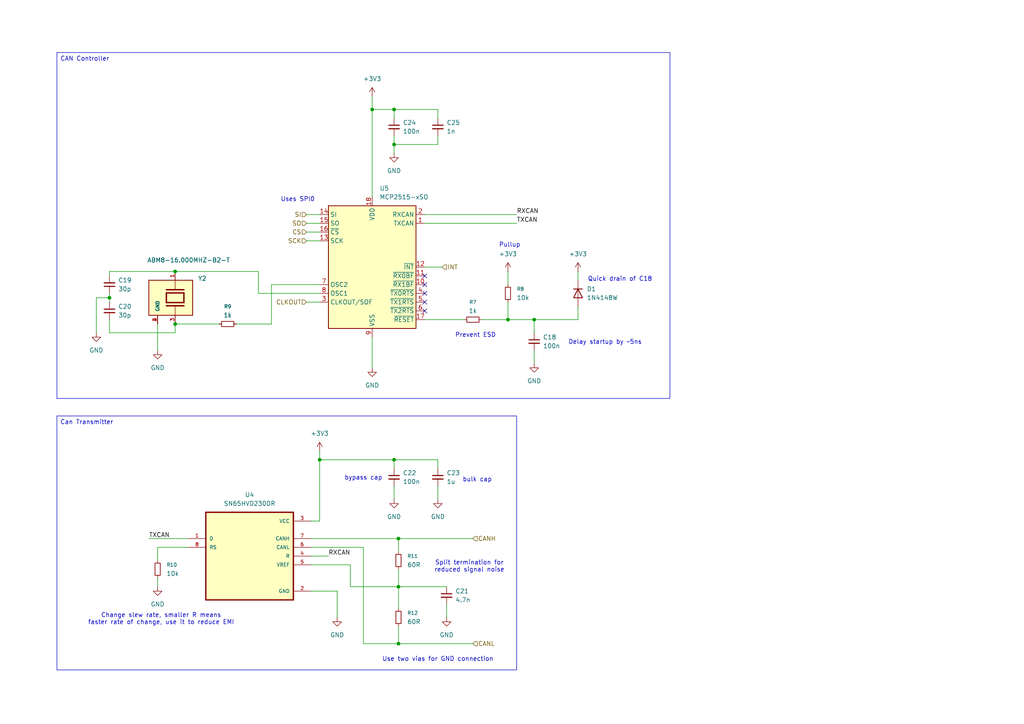
<source format=kicad_sch>
(kicad_sch (version 20250114) (generator "eeschema") (generator_version "9.0")
  (paper "A4")
  (lib_symbols
    (symbol "ABM8-16.000MHZ-B2-T:ABM8-16.000MHZ-B2-T" (pin_names (offset 1.016))
      (property "Reference" "Y" (at -5.0878 6.3559 0))
      (property "Value" "ABM8-16.000MHZ-B2-T" (at -5.0944 -10.16 0))
      (symbol "ABM8-16.000MHZ-B2-T_0_0"
        (polyline (pts (xy -5.08 0) (xy -2.54 0)) (stroke (width 0.1524)))
        (rectangle (start -5.08 -7.62) (end 5.08 5.08) (stroke (width 0.254)) (fill (type background)))
        (polyline (pts (xy -2.3368 2.54) (xy -2.3368 -2.54)) (stroke (width 0.4064)))
        (polyline (pts (xy -1.397 2.54) (xy -1.397 -2.54)) (stroke (width 0.4064)))
        (polyline (pts (xy -1.397 2.54) (xy 1.397 2.54)) (stroke (width 0.4064)))
        (polyline (pts (xy 1.397 2.54) (xy 1.397 -2.54)) (stroke (width 0.4064)))
        (polyline (pts (xy 1.397 -2.54) (xy -1.397 -2.54)) (stroke (width 0.4064)))
        (polyline (pts (xy 2.3368 2.54) (xy 2.3368 -2.54)) (stroke (width 0.4064)))
        (polyline (pts (xy 2.54 0) (xy 5.08 0)) (stroke (width 0.1524)))
        (pin passive line (at -7.62 0 0) (length 2.54) (name "~") (number "1"))
        (pin passive line (at 7.62 0 180) (length 2.54) (name "~") (number "3"))
        (pin power_in line (at 7.62 -5.08 180) (length 2.54) (name "GND") (number "2"))
        (pin power_in line (at 7.62 -5.08 180) (length 2.54) (name "GND") (number "4"))
      )
    )
    (symbol "Device:C_Small" (pin_numbers (hide yes)) (pin_names (offset 0.254) (hide yes))
      (property "Reference" "C" (at 0.254 1.778 0))
      (property "Value" "C_Small" (at 0.254 -2.032 0))
      (symbol "C_Small_0_1"
        (polyline (pts (xy -1.524 0.508) (xy 1.524 0.508)) (stroke (width 0.3048)))
        (polyline (pts (xy -1.524 -0.508) (xy 1.524 -0.508)) (stroke (width 0.3302)))
      )
      (symbol "C_Small_1_1"
        (pin passive line (at 0 2.54 270) (length 2.032) (name "~") (number "1"))
        (pin passive line (at 0 -2.54 90) (length 2.032) (name "~") (number "2"))
      )
    )
    (symbol "Device:R_Small" (pin_numbers (hide yes)) (pin_names (offset 0.254) (hide yes))
      (property "Reference" "R" (at 0 0 90))
      (property "Value" "R_Small" (at 1.778 0 90))
      (symbol "R_Small_0_1"
        (rectangle (start -0.762 1.778) (end 0.762 -1.778) (stroke (width 0.2032)))
      )
      (symbol "R_Small_1_1"
        (pin passive line (at 0 2.54 270) (length 0.762) (name "~") (number "1"))
        (pin passive line (at 0 -2.54 90) (length 0.762) (name "~") (number "2"))
      )
    )
    (symbol "Diode:1N4148W" (pin_numbers (hide yes)) (pin_names (hide yes))
      (property "Reference" "D" (at 0 2.54 0))
      (property "Value" "1N4148W" (at 0 -2.54 0))
      (symbol "1N4148W_0_1"
        (polyline (pts (xy -1.27 1.27) (xy -1.27 -1.27)) (stroke (width 0.254)))
        (polyline (pts (xy 1.27 1.27) (xy 1.27 -1.27) (xy -1.27 0) (xy 1.27 1.27)) (stroke (width 0.254)))
        (polyline (pts (xy 1.27 0) (xy -1.27 0)))
      )
      (symbol "1N4148W_1_1"
        (pin passive line (at -3.81 0 0) (length 2.54) (name "K") (number "1"))
        (pin passive line (at 3.81 0 180) (length 2.54) (name "A") (number "2"))
      )
    )
    (symbol "Interface_CAN_LIN:MCP2515-xSO"
      (property "Reference" "U" (at -10.16 19.685 0))
      (property "Value" "MCP2515-xSO" (at 19.05 20.32 0))
      (symbol "MCP2515-xSO_0_1"
        (rectangle (start -12.7 17.78) (end 12.7 -17.78) (stroke (width 0.254)) (fill (type background)))
      )
      (symbol "MCP2515-xSO_1_1"
        (pin input line (at -15.24 15.24 0) (length 2.54) (name "SI") (number "14"))
        (pin output line (at -15.24 12.7 0) (length 2.54) (name "SO") (number "15"))
        (pin input line (at -15.24 10.16 0) (length 2.54) (name "~{CS}") (number "16"))
        (pin input line (at -15.24 7.62 0) (length 2.54) (name "SCK") (number "13"))
        (pin output line (at -15.24 -5.08 0) (length 2.54) (name "OSC2") (number "7"))
        (pin input line (at -15.24 -7.62 0) (length 2.54) (name "OSC1") (number "8"))
        (pin output line (at -15.24 -10.16 0) (length 2.54) (name "CLKOUT/SOF") (number "3"))
        (pin power_in line (at 0 20.32 270) (length 2.54) (name "VDD") (number "18"))
        (pin power_in line (at 0 -20.32 90) (length 2.54) (name "VSS") (number "9"))
        (pin input line (at 15.24 15.24 180) (length 2.54) (name "RXCAN") (number "2"))
        (pin output line (at 15.24 12.7 180) (length 2.54) (name "TXCAN") (number "1"))
        (pin output line (at 15.24 0 180) (length 2.54) (name "~{INT}") (number "12"))
        (pin output line (at 15.24 -2.54 180) (length 2.54) (name "~{RX0BF}") (number "11"))
        (pin output line (at 15.24 -5.08 180) (length 2.54) (name "~{RX1BF}") (number "10"))
        (pin input line (at 15.24 -7.62 180) (length 2.54) (name "~{TX0RTS}") (number "4"))
        (pin input line (at 15.24 -10.16 180) (length 2.54) (name "~{TX1RTS}") (number "5"))
        (pin input line (at 15.24 -12.7 180) (length 2.54) (name "~{TX2RTS}") (number "6"))
        (pin input line (at 15.24 -15.24 180) (length 2.54) (name "~{RESET}") (number "17"))
      )
    )
    (symbol "SN65HVD230DR:SN65HVD230DR" (pin_names (offset 1.016))
      (property "Reference" "U" (at -12.7 13.7 0))
      (property "Value" "SN65HVD230DR" (at -12.7 -16.7 0))
      (symbol "SN65HVD230DR_0_0"
        (rectangle (start -12.7 -12.7) (end 12.7 12.7) (stroke (width 0.41)) (fill (type background)))
        (pin input line (at -17.78 5.08 0) (length 5.08) (name "D") (number "1"))
        (pin input line (at -17.78 2.54 0) (length 5.08) (name "RS") (number "8"))
        (pin power_in line (at 17.78 10.16 180) (length 5.08) (name "VCC") (number "3"))
        (pin output line (at 17.78 5.08 180) (length 5.08) (name "CANH") (number "7"))
        (pin output line (at 17.78 2.54 180) (length 5.08) (name "CANL") (number "6"))
        (pin output line (at 17.78 0 180) (length 5.08) (name "R") (number "4"))
        (pin output line (at 17.78 -2.54 180) (length 5.08) (name "VREF") (number "5"))
        (pin power_in line (at 17.78 -10.16 180) (length 5.08) (name "GND") (number "2"))
      )
    )
    (symbol "power:+3V3" (power) (pin_numbers (hide yes)) (pin_names (offset 0) (hide yes))
      (property "Value" "+3V3" (at 0 3.556 0))
      (symbol "+3V3_0_1"
        (polyline (pts (xy -0.762 1.27) (xy 0 2.54)))
        (polyline (pts (xy 0 2.54) (xy 0.762 1.27)))
        (polyline (pts (xy 0 0) (xy 0 2.54)))
      )
      (symbol "+3V3_1_1"
        (pin power_in line (at 0 0 90) (length 0) (name "~") (number "1"))
      )
    )
    (symbol "power:GND" (power) (pin_numbers (hide yes)) (pin_names (offset 0) (hide yes))
      (property "Value" "GND" (at 0 -3.81 0))
      (symbol "GND_0_1"
        (polyline (pts (xy 0 0) (xy 0 -1.27) (xy 1.27 -1.27) (xy 0 -2.54) (xy -1.27 -1.27) (xy 0 -1.27)))
      )
      (symbol "GND_1_1"
        (pin power_in line (at 0 0 270) (length 0) (name "~") (number "1"))
      )
    )
  )
  (text "Uses SPI0" (at 86.36 57.912 0) (effects (font (size 1.27 1.27))))
  (text "Delay startup by ~5ns" (at 175.514 99.314 0) (effects (font (size 1.27 1.27))))
  (text "bypass cap" (at 105.41 138.684 0) (effects (font (size 1.27 1.27))))
  (text "Pullup" (at 147.828 71.12 0) (effects (font (size 1.27 1.27))))
  (text "Use two vias for GND connection" (at 127 191.262 0) (effects (font (size 1.27 1.27))))
  (text "Change slew rate, smaller R means\nfaster rate of change, use it to reduce EMI" (at 46.736 179.578 0) (effects (font (size 1.27 1.27))))
  (text "Split termination for\nreduced signal noise" (at 136.144 164.338 0) (effects (font (size 1.27 1.27))))
  (text "Prevent ESD\n" (at 137.922 97.282 0) (effects (font (size 1.27 1.27))))
  (text "Quick drain of C18\n" (at 179.832 81.026 0) (effects (font (size 1.27 1.27))))
  (text "bulk cap" (at 138.43 139.192 0) (effects (font (size 1.27 1.27))))
  (text_box "Can Transmitter" (at 16.51 120.65 0) (size 133.35 73.66) (margins 0.9525 0.9525 0.9525 0.9525) (effects (font (size 1.27 1.27)) (justify left top)))
  (text_box "CAN Controller" (at 16.51 15.24 0) (size 177.8 100.33) (margins 0.9525 0.9525 0.9525 0.9525) (effects (font (size 1.27 1.27)) (justify left top)))
  (junction (at 31.75 86.36))
  (junction (at 50.8 78.74))
  (junction (at 107.95 31.75))
  (junction (at 114.3 133.35))
  (junction (at 147.32 92.71))
  (junction (at 115.57 170.18))
  (junction (at 115.57 186.69))
  (junction (at 114.3 31.75))
  (junction (at 115.57 156.21))
  (junction (at 154.94 92.71))
  (junction (at 92.71 133.35))
  (junction (at 114.3 41.91))
  (junction (at 50.8 93.98))
  (no_connect (at 123.19 90.17))
  (no_connect (at 123.19 80.01))
  (no_connect (at 123.19 87.63))
  (no_connect (at 123.19 85.09))
  (no_connect (at 123.19 82.55))
  (wire (pts (xy 115.57 170.18) (xy 129.54 170.18)))
  (wire (pts (xy 167.64 92.71) (xy 154.94 92.71)))
  (wire (pts (xy 92.71 133.35) (xy 92.71 130.81)))
  (wire (pts (xy 154.94 101.6) (xy 154.94 105.41)))
  (wire (pts (xy 127 31.75) (xy 114.3 31.75)))
  (wire (pts (xy 107.95 97.79) (xy 107.95 106.68)))
  (wire (pts (xy 97.79 171.45) (xy 97.79 179.07)))
  (wire (pts (xy 115.57 165.1) (xy 115.57 170.18)))
  (wire (pts (xy 107.95 31.75) (xy 107.95 57.15)))
  (wire (pts (xy 74.93 85.09) (xy 74.93 78.74)))
  (wire (pts (xy 88.9 67.31) (xy 92.71 67.31)))
  (wire (pts (xy 129.54 175.26) (xy 129.54 179.07)))
  (wire (pts (xy 114.3 41.91) (xy 114.3 44.45)))
  (wire (pts (xy 88.9 87.63) (xy 92.71 87.63)))
  (wire (pts (xy 167.64 78.74) (xy 167.64 81.28)))
  (wire (pts (xy 123.19 64.77) (xy 149.86 64.77)))
  (wire (pts (xy 88.9 62.23) (xy 92.71 62.23)))
  (wire (pts (xy 92.71 82.55) (xy 78.74 82.55)))
  (wire (pts (xy 50.8 93.98) (xy 63.5 93.98)))
  (wire (pts (xy 115.57 186.69) (xy 137.16 186.69)))
  (wire (pts (xy 45.72 167.64) (xy 45.72 170.18)))
  (wire (pts (xy 92.71 133.35) (xy 114.3 133.35)))
  (wire (pts (xy 139.7 92.71) (xy 147.32 92.71)))
  (wire (pts (xy 88.9 69.85) (xy 92.71 69.85)))
  (wire (pts (xy 31.75 85.09) (xy 31.75 86.36)))
  (wire (pts (xy 115.57 170.18) (xy 115.57 176.53)))
  (wire (pts (xy 31.75 86.36) (xy 27.94 86.36)))
  (wire (pts (xy 167.64 88.9) (xy 167.64 92.71)))
  (wire (pts (xy 92.71 151.13) (xy 90.17 151.13)))
  (wire (pts (xy 147.32 78.74) (xy 147.32 82.55)))
  (wire (pts (xy 115.57 156.21) (xy 115.57 160.02)))
  (wire (pts (xy 45.72 158.75) (xy 45.72 162.56)))
  (wire (pts (xy 123.19 62.23) (xy 149.86 62.23)))
  (wire (pts (xy 101.6 163.83) (xy 101.6 170.18)))
  (wire (pts (xy 105.41 186.69) (xy 115.57 186.69)))
  (wire (pts (xy 88.9 64.77) (xy 92.71 64.77)))
  (wire (pts (xy 147.32 92.71) (xy 147.32 87.63)))
  (wire (pts (xy 107.95 27.94) (xy 107.95 31.75)))
  (wire (pts (xy 127 140.97) (xy 127 144.78)))
  (wire (pts (xy 31.75 86.36) (xy 31.75 87.63)))
  (wire (pts (xy 127 39.37) (xy 127 41.91)))
  (wire (pts (xy 92.71 85.09) (xy 74.93 85.09)))
  (wire (pts (xy 90.17 156.21) (xy 115.57 156.21)))
  (wire (pts (xy 105.41 158.75) (xy 90.17 158.75)))
  (wire (pts (xy 114.3 39.37) (xy 114.3 41.91)))
  (wire (pts (xy 31.75 92.71) (xy 31.75 96.52)))
  (wire (pts (xy 31.75 78.74) (xy 50.8 78.74)))
  (wire (pts (xy 101.6 170.18) (xy 115.57 170.18)))
  (wire (pts (xy 90.17 171.45) (xy 97.79 171.45)))
  (wire (pts (xy 115.57 156.21) (xy 137.16 156.21)))
  (wire (pts (xy 114.3 140.97) (xy 114.3 144.78)))
  (wire (pts (xy 127 135.89) (xy 127 133.35)))
  (wire (pts (xy 45.72 93.98) (xy 45.72 101.6)))
  (wire (pts (xy 78.74 82.55) (xy 78.74 93.98)))
  (wire (pts (xy 115.57 181.61) (xy 115.57 186.69)))
  (wire (pts (xy 114.3 31.75) (xy 107.95 31.75)))
  (wire (pts (xy 114.3 34.29) (xy 114.3 31.75)))
  (wire (pts (xy 95.25 161.29) (xy 90.17 161.29)))
  (wire (pts (xy 105.41 186.69) (xy 105.41 158.75)))
  (wire (pts (xy 50.8 96.52) (xy 50.8 93.98)))
  (wire (pts (xy 127 41.91) (xy 114.3 41.91)))
  (wire (pts (xy 92.71 151.13) (xy 92.71 133.35)))
  (wire (pts (xy 154.94 96.52) (xy 154.94 92.71)))
  (wire (pts (xy 54.61 158.75) (xy 45.72 158.75)))
  (wire (pts (xy 123.19 92.71) (xy 134.62 92.71)))
  (wire (pts (xy 31.75 80.01) (xy 31.75 78.74)))
  (wire (pts (xy 114.3 135.89) (xy 114.3 133.35)))
  (wire (pts (xy 31.75 96.52) (xy 50.8 96.52)))
  (wire (pts (xy 127 34.29) (xy 127 31.75)))
  (wire (pts (xy 27.94 86.36) (xy 27.94 96.52)))
  (wire (pts (xy 154.94 92.71) (xy 147.32 92.71)))
  (wire (pts (xy 43.18 156.21) (xy 54.61 156.21)))
  (wire (pts (xy 90.17 163.83) (xy 101.6 163.83)))
  (wire (pts (xy 68.58 93.98) (xy 78.74 93.98)))
  (wire (pts (xy 127 133.35) (xy 114.3 133.35)))
  (wire (pts (xy 123.19 77.47) (xy 128.27 77.47)))
  (wire (pts (xy 74.93 78.74) (xy 50.8 78.74)))
  (label "TXCAN" (at 43.18 156.21 0))
  (label "TXCAN" (at 149.86 64.77 0))
  (label "RXCAN" (at 149.86 62.23 0))
  (label "RXCAN" (at 95.25 161.29 0))
  (hierarchical_label "INT" (shape input) (at 128.27 77.47 0))
  (hierarchical_label "SCK" (shape input) (at 88.9 69.85 180))
  (hierarchical_label "CS" (shape input) (at 88.9 67.31 180))
  (hierarchical_label "CLKOUT" (shape input) (at 88.9 87.63 180))
  (hierarchical_label "SI" (shape input) (at 88.9 62.23 180))
  (hierarchical_label "CANH" (shape input) (at 137.16 156.21 0))
  (hierarchical_label "SO" (shape input) (at 88.9 64.77 180))
  (hierarchical_label "CANL" (shape input) (at 137.16 186.69 0))
  (symbol (lib_id "power:GND") (at 97.79 179.07 0) (unit 1)
    (property "Reference" "#PWR033" (effects (hide yes)))
    (property "Value" "GND" (at 97.79 184.15 0))
    (property "Description" "Power symbol creates a global label with name \"GND\" , ground" (effects (hide yes)))
  )
  (symbol (lib_id "Device:C_Small") (at 31.75 90.17 0) (unit 1)
    (property "Reference" "C20" (at 34.29 88.9062 0) (effects (justify left)))
    (property "Value" "30p" (at 34.29 91.4462 0) (effects (justify left)))
    (property "Footprint" "Capacitor_SMD:C_0603_1608Metric_Pad1.08x0.95mm_HandSolder" (effects (hide yes)))
    (property "Description" "Unpolarized capacitor, small symbol" (effects (hide yes)))
  )
  (symbol (lib_id "power:+3V3") (at 107.95 27.94 0) (unit 1)
    (property "Reference" "#PWR036" (effects (hide yes)))
    (property "Value" "+3V3" (at 107.95 22.86 0))
    (property "Description" "Power symbol creates a global label with name \"+3V3\"" (effects (hide yes)))
  )
  (symbol (lib_id "power:GND") (at 107.95 106.68 0) (unit 1)
    (property "Reference" "#PWR035" (effects (hide yes)))
    (property "Value" "GND" (at 107.95 111.76 0))
    (property "Description" "Power symbol creates a global label with name \"GND\" , ground" (effects (hide yes)))
  )
  (symbol (lib_id "Device:R_Small") (at 147.32 85.09 0) (unit 1)
    (property "Reference" "R8" (at 149.86 83.8199 0) (effects (font (size 1.016 1.016)) (justify left)))
    (property "Value" "10k" (at 149.86 86.3599 0) (effects (justify left)))
    (property "Footprint" "Resistor_SMD:R_0603_1608Metric_Pad0.98x0.95mm_HandSolder" (effects (hide yes)))
    (property "Description" "Resistor, small symbol" (effects (hide yes)))
  )
  (symbol (lib_id "Device:R_Small") (at 115.57 162.56 0) (unit 1)
    (property "Reference" "R11" (at 118.11 161.2899 0) (effects (font (size 1.016 1.016)) (justify left)))
    (property "Value" "60R" (at 118.11 163.8299 0) (effects (justify left)))
    (property "Footprint" "Resistor_SMD:R_0603_1608Metric_Pad0.98x0.95mm_HandSolder" (effects (hide yes)))
    (property "Description" "Resistor, small symbol" (effects (hide yes)))
  )
  (symbol (lib_id "Device:R_Small") (at 66.04 93.98 90) (unit 1)
    (property "Reference" "R9" (at 66.04 88.9 90) (effects (font (size 1.016 1.016))))
    (property "Value" "1k" (at 66.04 91.44 90))
    (property "Footprint" "Resistor_SMD:R_0603_1608Metric_Pad0.98x0.95mm_HandSolder" (effects (hide yes)))
    (property "Description" "Resistor, small symbol" (effects (hide yes)))
  )
  (symbol (lib_id "Device:C_Small") (at 31.75 82.55 180) (unit 1)
    (property "Reference" "C19" (at 34.29 81.2735 0) (effects (justify right)))
    (property "Value" "30p" (at 34.29 83.8135 0) (effects (justify right)))
    (property "Footprint" "Capacitor_SMD:C_0603_1608Metric_Pad1.08x0.95mm_HandSolder" (effects (hide yes)))
    (property "Description" "Unpolarized capacitor, small symbol" (effects (hide yes)))
  )
  (symbol (lib_id "power:+3V3") (at 167.64 78.74 0) (unit 1)
    (property "Reference" "#PWR030" (effects (hide yes)))
    (property "Value" "+3V3" (at 167.64 73.66 0))
    (property "Description" "Power symbol creates a global label with name \"+3V3\"" (effects (hide yes)))
  )
  (symbol (lib_id "power:GND") (at 45.72 170.18 0) (unit 1)
    (property "Reference" "#PWR034" (effects (hide yes)))
    (property "Value" "GND" (at 45.72 175.26 0))
    (property "Description" "Power symbol creates a global label with name \"GND\" , ground" (effects (hide yes)))
  )
  (symbol (lib_id "Device:C_Small") (at 114.3 138.43 0) (unit 1)
    (property "Reference" "C22" (at 116.84 137.1662 0) (effects (justify left)))
    (property "Value" "100n" (at 116.84 139.7062 0) (effects (justify left)))
    (property "Footprint" "Capacitor_SMD:C_0603_1608Metric_Pad1.08x0.95mm_HandSolder" (effects (hide yes)))
    (property "Description" "Unpolarized capacitor, small symbol" (effects (hide yes)))
  )
  (symbol (lib_id "Device:R_Small") (at 45.72 165.1 0) (unit 1)
    (property "Reference" "R10" (at 48.26 163.8299 0) (effects (font (size 1.016 1.016)) (justify left)))
    (property "Value" "10k" (at 48.26 166.3699 0) (effects (justify left)))
    (property "Footprint" "Resistor_SMD:R_0603_1608Metric_Pad0.98x0.95mm_HandSolder" (effects (hide yes)))
    (property "Description" "Resistor, small symbol" (effects (hide yes)))
  )
  (symbol (lib_id "power:GND") (at 114.3 144.78 0) (unit 1)
    (property "Reference" "#PWR039" (effects (hide yes)))
    (property "Value" "GND" (at 114.3 149.86 0))
    (property "Description" "Power symbol creates a global label with name \"GND\" , ground" (effects (hide yes)))
  )
  (symbol (lib_id "Device:C_Small") (at 129.54 172.72 0) (unit 1)
    (property "Reference" "C21" (at 132.08 171.4562 0) (effects (justify left)))
    (property "Value" "4.7n" (at 132.08 173.9962 0) (effects (justify left)))
    (property "Footprint" "Capacitor_SMD:C_0603_1608Metric_Pad1.08x0.95mm_HandSolder" (effects (hide yes)))
    (property "Description" "Unpolarized capacitor, small symbol" (effects (hide yes)))
  )
  (symbol (lib_id "Interface_CAN_LIN:MCP2515-xSO") (at 107.95 77.47 0) (unit 1)
    (property "Reference" "U5" (at 110.0933 54.61 0) (effects (justify left)))
    (property "Value" "MCP2515-xSO" (at 110.0933 57.15 0) (effects (justify left)))
    (property "Footprint" "Package_SO:SOIC-18W_7.5x11.6mm_P1.27mm" (effects (hide yes)))
    (property "Datasheet" "http://ww1.microchip.com/downloads/en/DeviceDoc/21801e.pdf" (effects (hide yes)))
    (property "Description" "Stand-Alone CAN Controller with SPI Interface, SOIC-18" (effects (hide yes)))
  )
  (symbol (lib_id "power:+3V3") (at 147.32 78.74 0) (unit 1)
    (property "Reference" "#PWR029" (effects (hide yes)))
    (property "Value" "+3V3" (at 147.32 73.66 0))
    (property "Description" "Power symbol creates a global label with name \"+3V3\"" (effects (hide yes)))
  )
  (symbol (lib_id "power:GND") (at 27.94 96.52 0) (unit 1)
    (property "Reference" "#PWR032" (effects (hide yes)))
    (property "Value" "GND" (at 27.94 101.6 0))
    (property "Description" "Power symbol creates a global label with name \"GND\" , ground" (effects (hide yes)))
  )
  (symbol (lib_id "Device:R_Small") (at 115.57 179.07 0) (unit 1)
    (property "Reference" "R12" (at 118.11 177.7999 0) (effects (font (size 1.016 1.016)) (justify left)))
    (property "Value" "60R" (at 118.11 180.3399 0) (effects (justify left)))
    (property "Footprint" "Resistor_SMD:R_0603_1608Metric_Pad0.98x0.95mm_HandSolder" (effects (hide yes)))
    (property "Description" "Resistor, small symbol" (effects (hide yes)))
  )
  (symbol (lib_id "Device:C_Small") (at 114.3 36.83 0) (unit 1)
    (property "Reference" "C24" (at 116.84 35.5662 0) (effects (justify left)))
    (property "Value" "100n" (at 116.84 38.1062 0) (effects (justify left)))
    (property "Footprint" "Capacitor_SMD:C_0603_1608Metric_Pad1.08x0.95mm_HandSolder" (effects (hide yes)))
    (property "Description" "Unpolarized capacitor, small symbol" (effects (hide yes)))
  )
  (symbol (lib_id "Device:R_Small") (at 137.16 92.71 270) (unit 1)
    (property "Reference" "R7" (at 137.16 87.63 90) (effects (font (size 1.016 1.016))))
    (property "Value" "1k" (at 137.16 90.17 90))
    (property "Footprint" "Resistor_SMD:R_0603_1608Metric_Pad0.98x0.95mm_HandSolder" (effects (hide yes)))
    (property "Description" "Resistor, small symbol" (effects (hide yes)))
  )
  (symbol (lib_id "power:GND") (at 129.54 179.07 0) (unit 1)
    (property "Reference" "#PWR038" (effects (hide yes)))
    (property "Value" "GND" (at 129.54 184.15 0))
    (property "Description" "Power symbol creates a global label with name \"GND\" , ground" (effects (hide yes)))
  )
  (symbol (lib_id "power:GND") (at 154.94 105.41 0) (unit 1)
    (property "Reference" "#PWR028" (effects (hide yes)))
    (property "Value" "GND" (at 154.94 110.49 0))
    (property "Description" "Power symbol creates a global label with name \"GND\" , ground" (effects (hide yes)))
  )
  (symbol (lib_id "Device:C_Small") (at 127 138.43 0) (unit 1)
    (property "Reference" "C23" (at 129.54 137.1662 0) (effects (justify left)))
    (property "Value" "1u" (at 129.54 139.7062 0) (effects (justify left)))
    (property "Footprint" "Capacitor_SMD:C_0603_1608Metric_Pad1.08x0.95mm_HandSolder" (effects (hide yes)))
    (property "Description" "Unpolarized capacitor, small symbol" (effects (hide yes)))
  )
  (symbol (lib_id "power:GND") (at 45.72 101.6 0) (unit 1)
    (property "Reference" "#PWR031" (effects (hide yes)))
    (property "Value" "GND" (at 45.72 106.68 0))
    (property "Description" "Power symbol creates a global label with name \"GND\" , ground" (effects (hide yes)))
  )
  (symbol (lib_id "power:GND") (at 114.3 44.45 0) (unit 1)
    (property "Reference" "#PWR041" (effects (hide yes)))
    (property "Value" "GND" (at 114.3 49.53 0))
    (property "Description" "Power symbol creates a global label with name \"GND\" , ground" (effects (hide yes)))
  )
  (symbol (lib_id "Device:C_Small") (at 127 36.83 0) (unit 1)
    (property "Reference" "C25" (at 129.54 35.5662 0) (effects (justify left)))
    (property "Value" "1n" (at 129.54 38.1062 0) (effects (justify left)))
    (property "Footprint" "Capacitor_SMD:C_0603_1608Metric_Pad1.08x0.95mm_HandSolder" (effects (hide yes)))
    (property "Description" "Unpolarized capacitor, small symbol" (effects (hide yes)))
  )
  (symbol (lib_id "Device:C_Small") (at 154.94 99.06 0) (unit 1)
    (property "Reference" "C18" (at 157.48 97.7962 0) (effects (justify left)))
    (property "Value" "100n" (at 157.48 100.3362 0) (effects (justify left)))
    (property "Footprint" "Capacitor_SMD:C_0603_1608Metric_Pad1.08x0.95mm_HandSolder" (effects (hide yes)))
    (property "Description" "Unpolarized capacitor, small symbol" (effects (hide yes)))
  )
  (symbol (lib_id "ABM8-16.000MHZ-B2-T:ABM8-16.000MHZ-B2-T") (at 50.8 86.36 270) (unit 1)
    (property "Reference" "Y2" (at 57.404 80.772 90) (effects (justify left)))
    (property "Value" "ABM8-16.000MHZ-B2-T" (at 42.672 75.438 90) (effects (justify left)))
    (property "Footprint" "ABM8-16.000MHZ-B2-T:XTAL_ABM8-16.000MHZ-B2-T" (effects (hide yes)))
    (property "MF" "Abracon LLC" (effects (hide yes)))
    (property "MAXIMUM_PACKAGE_HEIGHT" "0.8 mm" (effects (hide yes)))
    (property "Package" "NON-STANDARD-4 ABRACON" (effects (hide yes)))
    (property "Price" "None" (effects (hide yes)))
    (property "Check_prices" "https://www.snapeda.com/parts/ABM8-16.000MHZ-B2-T/Abracon/view-part/?ref=eda" (effects (hide yes)))
    (property "STANDARD" "Manufacturer Recommendations" (effects (hide yes)))
    (property "PARTREV" "44041" (effects (hide yes)))
    (property "SnapEDA_Link" "https://www.snapeda.com/parts/ABM8-16.000MHZ-B2-T/Abracon/view-part/?ref=snap" (effects (hide yes)))
    (property "MP" "ABM8-16.000MHZ-B2-T" (effects (hide yes)))
    (property "Description_1" "Crystal 16MHz ±20ppm (Tol) ±50ppm (Stability) 18pF FUND 70Ohm 4-Pin Ultra Mini-CSMD T/R" (effects (hide yes)))
    (property "Availability" "In Stock" (effects (hide yes)))
    (property "MANUFACTURER" "Abracon" (effects (hide yes)))
  )
  (symbol (lib_id "Diode:1N4148W") (at 167.64 85.09 270) (unit 1)
    (property "Reference" "D1" (at 170.18 83.8199 90) (effects (justify left)))
    (property "Value" "1N4148W" (at 170.18 86.3599 90) (effects (justify left)))
    (property "Footprint" "Diode_SMD:D_SOD-123" (effects (hide yes)))
    (property "Datasheet" "https://www.vishay.com/docs/85748/1n4148w.pdf" (effects (hide yes)))
    (property "Description" "75V 0.15A Fast Switching Diode, SOD-123" (effects (hide yes)))
    (property "Sim.Device" "D" (effects (hide yes)))
    (property "Sim.Pins" "1=K 2=A" (effects (hide yes)))
  )
  (symbol (lib_id "power:GND") (at 127 144.78 0) (unit 1)
    (property "Reference" "#PWR040" (effects (hide yes)))
    (property "Value" "GND" (at 127 149.86 0))
    (property "Description" "Power symbol creates a global label with name \"GND\" , ground" (effects (hide yes)))
  )
  (symbol (lib_id "SN65HVD230DR:SN65HVD230DR") (at 72.39 161.29 0) (unit 1)
    (property "Reference" "U4" (at 72.39 143.51 0))
    (property "Value" "SN65HVD230DR" (at 72.39 146.05 0))
    (property "Footprint" "SN65HVD230DR:SOIC127P599X175-8N" (effects (hide yes)))
    (property "MF" "Texas Instruments" (effects (hide yes)))
    (property "Description_1" "3.3 V CAN Transceiver with Standby Mode" (effects (hide yes)))
    (property "Package" "SOIC-8 Texas Instruments" (effects (hide yes)))
    (property "Price" "None" (effects (hide yes)))
    (property "SnapEDA_Link" "https://www.snapeda.com/parts/SN65HVD230DR/Texas+Instruments/view-part/?ref=snap" (effects (hide yes)))
    (property "MP" "SN65HVD230DR" (effects (hide yes)))
    (property "Availability" "In Stock" (effects (hide yes)))
    (property "Check_prices" "https://www.snapeda.com/parts/SN65HVD230DR/Texas+Instruments/view-part/?ref=eda" (effects (hide yes)))
  )
  (symbol (lib_id "power:+3V3") (at 92.71 130.81 0) (unit 1)
    (property "Reference" "#PWR037" (effects (hide yes)))
    (property "Value" "+3V3" (at 92.71 125.73 0))
    (property "Description" "Power symbol creates a global label with name \"+3V3\"" (effects (hide yes)))
  )
)
</source>
